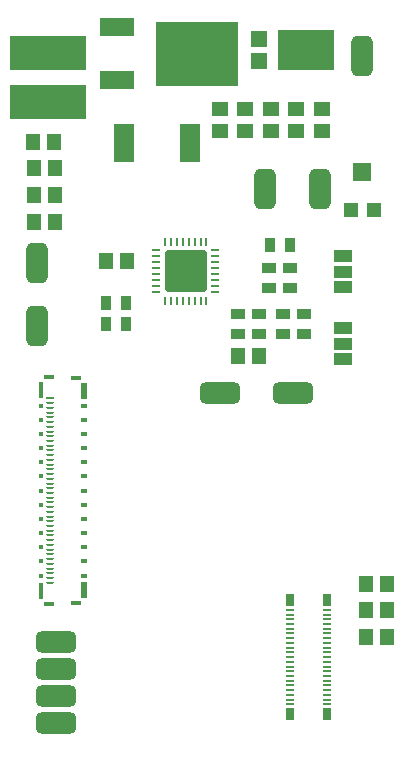
<source format=gtp>
G04*
G04 #@! TF.GenerationSoftware,Altium Limited,Altium Designer,18.0.12 (696)*
G04*
G04 Layer_Color=8421504*
%FSLAX25Y25*%
%MOIN*%
G70*
G01*
G75*
G04:AMPARAMS|DCode=15|XSize=133.86mil|YSize=70.87mil|CornerRadius=17.72mil|HoleSize=0mil|Usage=FLASHONLY|Rotation=180.000|XOffset=0mil|YOffset=0mil|HoleType=Round|Shape=RoundedRectangle|*
%AMROUNDEDRECTD15*
21,1,0.13386,0.03543,0,0,180.0*
21,1,0.09843,0.07087,0,0,180.0*
1,1,0.03543,-0.04921,0.01772*
1,1,0.03543,0.04921,0.01772*
1,1,0.03543,0.04921,-0.01772*
1,1,0.03543,-0.04921,-0.01772*
%
%ADD15ROUNDEDRECTD15*%
G04:AMPARAMS|DCode=16|XSize=7.87mil|YSize=25.2mil|CornerRadius=1.97mil|HoleSize=0mil|Usage=FLASHONLY|Rotation=270.000|XOffset=0mil|YOffset=0mil|HoleType=Round|Shape=RoundedRectangle|*
%AMROUNDEDRECTD16*
21,1,0.00787,0.02126,0,0,270.0*
21,1,0.00394,0.02520,0,0,270.0*
1,1,0.00394,-0.01063,-0.00197*
1,1,0.00394,-0.01063,0.00197*
1,1,0.00394,0.01063,0.00197*
1,1,0.00394,0.01063,-0.00197*
%
%ADD16ROUNDEDRECTD16*%
%ADD17R,0.03543X0.01575*%
%ADD18R,0.03189X0.01181*%
%ADD19R,0.02008X0.05512*%
%ADD20R,0.01417X0.05748*%
%ADD21R,0.02008X0.01772*%
%ADD22R,0.01417X0.01772*%
%ADD23R,0.02520X0.00787*%
%ADD24R,0.07087X0.12598*%
G04:AMPARAMS|DCode=25|XSize=133.86mil|YSize=70.87mil|CornerRadius=17.72mil|HoleSize=0mil|Usage=FLASHONLY|Rotation=270.000|XOffset=0mil|YOffset=0mil|HoleType=Round|Shape=RoundedRectangle|*
%AMROUNDEDRECTD25*
21,1,0.13386,0.03543,0,0,270.0*
21,1,0.09843,0.07087,0,0,270.0*
1,1,0.03543,-0.01772,-0.04921*
1,1,0.03543,-0.01772,0.04921*
1,1,0.03543,0.01772,0.04921*
1,1,0.03543,0.01772,-0.04921*
%
%ADD25ROUNDEDRECTD25*%
%ADD26R,0.05906X0.03937*%
%ADD27R,0.02646X0.00787*%
%ADD28R,0.03071X0.03937*%
%ADD29R,0.04528X0.05709*%
%ADD30R,0.05118X0.03347*%
%ADD31R,0.03347X0.05118*%
%ADD32R,0.05709X0.04528*%
%ADD33R,0.04724X0.04724*%
%ADD34R,0.06299X0.05906*%
%ADD35R,0.05512X0.05472*%
%ADD36R,0.19134X0.13228*%
%ADD37R,0.11800X0.06300*%
%ADD38R,0.27559X0.21463*%
%ADD39R,0.03150X0.00984*%
%ADD40R,0.00984X0.03150*%
G04:AMPARAMS|DCode=41|XSize=137.8mil|YSize=137.8mil|CornerRadius=6.89mil|HoleSize=0mil|Usage=FLASHONLY|Rotation=270.000|XOffset=0mil|YOffset=0mil|HoleType=Round|Shape=RoundedRectangle|*
%AMROUNDEDRECTD41*
21,1,0.13780,0.12402,0,0,270.0*
21,1,0.12402,0.13780,0,0,270.0*
1,1,0.01378,-0.06201,-0.06201*
1,1,0.01378,-0.06201,0.06201*
1,1,0.01378,0.06201,0.06201*
1,1,0.01378,0.06201,-0.06201*
%
%ADD41ROUNDEDRECTD41*%
%ADD42R,0.25591X0.11811*%
G36*
X158204Y257165D02*
X163618D01*
Y251751D01*
X158204D01*
Y257165D01*
D02*
G37*
G36*
Y263563D02*
X163618D01*
Y258149D01*
X158204D01*
Y263563D01*
D02*
G37*
G36*
X164602Y257165D02*
X170016D01*
Y251751D01*
X164602D01*
Y257165D01*
D02*
G37*
G36*
Y263563D02*
X170016D01*
Y258149D01*
X164602D01*
Y263563D01*
D02*
G37*
D15*
X121000Y107000D02*
D03*
Y134000D02*
D03*
Y116000D02*
D03*
Y125000D02*
D03*
X175500Y217000D02*
D03*
X200000D02*
D03*
D16*
X118700Y175825D02*
D03*
Y177400D02*
D03*
Y166376D02*
D03*
Y167951D02*
D03*
Y153778D02*
D03*
Y155353D02*
D03*
Y156928D02*
D03*
Y158502D02*
D03*
Y160077D02*
D03*
Y161652D02*
D03*
Y163227D02*
D03*
Y164802D02*
D03*
Y169526D02*
D03*
Y171101D02*
D03*
Y172676D02*
D03*
Y174250D02*
D03*
Y178975D02*
D03*
Y180550D02*
D03*
Y182124D02*
D03*
Y183699D02*
D03*
Y185274D02*
D03*
Y186849D02*
D03*
Y188424D02*
D03*
Y189998D02*
D03*
Y191573D02*
D03*
Y193148D02*
D03*
Y194723D02*
D03*
Y196298D02*
D03*
Y197872D02*
D03*
Y199447D02*
D03*
Y201022D02*
D03*
Y202597D02*
D03*
Y204172D02*
D03*
Y205747D02*
D03*
Y207321D02*
D03*
Y208896D02*
D03*
Y210471D02*
D03*
Y212046D02*
D03*
Y213620D02*
D03*
D17*
X127676Y222026D02*
D03*
Y146947D02*
D03*
D18*
X118405Y222223D02*
D03*
Y146750D02*
D03*
D19*
X130176Y151258D02*
D03*
Y217715D02*
D03*
D20*
X115747Y217971D02*
D03*
Y151002D02*
D03*
D21*
X130176Y208109D02*
D03*
Y212833D02*
D03*
Y193935D02*
D03*
Y198660D02*
D03*
Y203384D02*
D03*
Y175038D02*
D03*
Y179762D02*
D03*
Y189211D02*
D03*
Y184487D02*
D03*
Y165589D02*
D03*
Y170313D02*
D03*
Y160865D02*
D03*
Y156140D02*
D03*
D22*
X115747Y160865D02*
D03*
Y156140D02*
D03*
Y175038D02*
D03*
Y179762D02*
D03*
Y170313D02*
D03*
Y165589D02*
D03*
Y193935D02*
D03*
Y189211D02*
D03*
Y184487D02*
D03*
Y203384D02*
D03*
Y198660D02*
D03*
Y208109D02*
D03*
Y212833D02*
D03*
D23*
X118700Y215195D02*
D03*
D24*
X165424Y300300D02*
D03*
X143376D02*
D03*
D25*
X209000Y285000D02*
D03*
X114500Y239500D02*
D03*
Y260500D02*
D03*
X190500Y285000D02*
D03*
X223000Y329500D02*
D03*
D26*
X216500Y262618D02*
D03*
Y252382D02*
D03*
Y257500D02*
D03*
Y238618D02*
D03*
Y228382D02*
D03*
Y233500D02*
D03*
D27*
X198701Y143173D02*
D03*
Y141598D02*
D03*
Y144748D02*
D03*
Y138449D02*
D03*
Y136874D02*
D03*
Y140024D02*
D03*
Y133724D02*
D03*
Y132150D02*
D03*
Y135299D02*
D03*
Y129000D02*
D03*
Y127425D02*
D03*
Y130575D02*
D03*
Y122701D02*
D03*
Y121126D02*
D03*
Y125850D02*
D03*
Y124276D02*
D03*
Y119551D02*
D03*
Y117976D02*
D03*
Y116402D02*
D03*
Y114827D02*
D03*
Y113252D02*
D03*
X211299Y144748D02*
D03*
Y143173D02*
D03*
Y140024D02*
D03*
Y138449D02*
D03*
Y141598D02*
D03*
Y135299D02*
D03*
Y133724D02*
D03*
Y136874D02*
D03*
Y130575D02*
D03*
Y129000D02*
D03*
Y132150D02*
D03*
Y125850D02*
D03*
Y124276D02*
D03*
Y127425D02*
D03*
Y122701D02*
D03*
Y121126D02*
D03*
Y117976D02*
D03*
Y116402D02*
D03*
Y119551D02*
D03*
Y114827D02*
D03*
Y113252D02*
D03*
D28*
X198701Y147898D02*
D03*
Y110102D02*
D03*
X211299Y147898D02*
D03*
Y110102D02*
D03*
D29*
X224157Y135800D02*
D03*
X231243D02*
D03*
X224257Y144600D02*
D03*
X231343D02*
D03*
X224257Y153300D02*
D03*
X231343D02*
D03*
X188543Y229500D02*
D03*
X181457D02*
D03*
X144543Y261000D02*
D03*
X137457D02*
D03*
X120343Y300800D02*
D03*
X113257D02*
D03*
X120543Y292000D02*
D03*
X113457D02*
D03*
X120543Y283000D02*
D03*
X113457D02*
D03*
X120543Y274000D02*
D03*
X113457D02*
D03*
D30*
X203500Y236653D02*
D03*
Y243347D02*
D03*
X196500Y236653D02*
D03*
Y243347D02*
D03*
X188500Y243347D02*
D03*
Y236653D02*
D03*
X181500Y243347D02*
D03*
Y236653D02*
D03*
X192000Y252153D02*
D03*
Y258846D02*
D03*
X199000Y252153D02*
D03*
Y258846D02*
D03*
D31*
X192154Y266500D02*
D03*
X198846D02*
D03*
X137654Y247000D02*
D03*
X144346D02*
D03*
X144346Y240000D02*
D03*
X137654D02*
D03*
D32*
X209500Y311543D02*
D03*
Y304457D02*
D03*
X201000Y311543D02*
D03*
Y304457D02*
D03*
X192500Y311543D02*
D03*
Y304457D02*
D03*
X184000Y311543D02*
D03*
Y304457D02*
D03*
X175500Y311543D02*
D03*
Y304457D02*
D03*
D33*
X226937Y277913D02*
D03*
X219063D02*
D03*
D34*
X223000Y290709D02*
D03*
D35*
X188500Y335000D02*
D03*
Y327756D02*
D03*
D36*
X204177Y331378D02*
D03*
D37*
X141106Y339000D02*
D03*
Y321400D02*
D03*
D38*
X167800Y330100D02*
D03*
D39*
X173953Y264547D02*
D03*
Y262578D02*
D03*
Y260610D02*
D03*
Y258641D02*
D03*
Y256673D02*
D03*
Y254704D02*
D03*
Y252736D02*
D03*
Y250767D02*
D03*
X154267D02*
D03*
Y252736D02*
D03*
Y254704D02*
D03*
Y256673D02*
D03*
Y258641D02*
D03*
Y260610D02*
D03*
Y262578D02*
D03*
Y264547D02*
D03*
D40*
X171000Y247814D02*
D03*
X169031D02*
D03*
X163126D02*
D03*
X157220Y267500D02*
D03*
X159189D02*
D03*
X161157D02*
D03*
X163126D02*
D03*
X165094D02*
D03*
X167063D02*
D03*
X169031D02*
D03*
X171000D02*
D03*
X161157Y247814D02*
D03*
X159189D02*
D03*
X157220D02*
D03*
X165094D02*
D03*
X167063D02*
D03*
D41*
X164110Y257657D02*
D03*
D42*
X118185Y330212D02*
D03*
Y313874D02*
D03*
M02*

</source>
